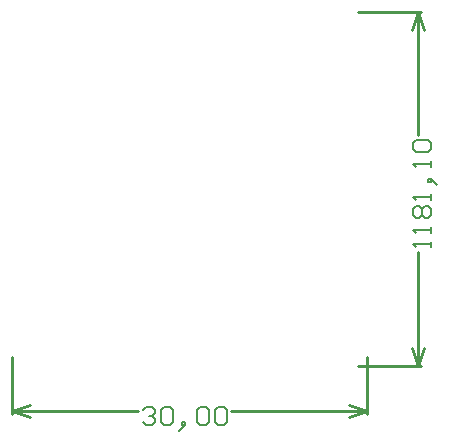
<source format=gm1>
G04*
G04 #@! TF.GenerationSoftware,Altium Limited,Altium Designer,19.0.14 (431)*
G04*
G04 Layer_Color=16711935*
%FSAX25Y25*%
%MOIN*%
G70*
G01*
G75*
%ADD10C,0.01000*%
%ADD90C,0.00600*%
D10*
X0822173Y0589500D02*
X0843138D01*
X0822173Y0707610D02*
X0843138D01*
X0842138Y0589500D02*
Y0627361D01*
Y0666549D02*
Y0707610D01*
Y0589500D02*
X0844138Y0595500D01*
X0840138D02*
X0842138Y0589500D01*
X0840138Y0701610D02*
X0842138Y0707610D01*
X0844138Y0701610D01*
X0825110Y0573539D02*
Y0592437D01*
X0707000Y0573539D02*
Y0592437D01*
X0780051Y0574539D02*
X0825110D01*
X0707000D02*
X0748860D01*
X0819110Y0576539D02*
X0825110Y0574539D01*
X0819110Y0572539D02*
X0825110Y0574539D01*
X0707000D02*
X0713000Y0572539D01*
X0707000Y0574539D02*
X0713000Y0576539D01*
D90*
X0846737Y0628961D02*
Y0630960D01*
Y0629961D01*
X0840738D01*
X0841738Y0628961D01*
X0846737Y0633959D02*
Y0635959D01*
Y0634959D01*
X0840738D01*
X0841738Y0633959D01*
Y0638958D02*
X0840738Y0639957D01*
Y0641957D01*
X0841738Y0642956D01*
X0842738D01*
X0843738Y0641957D01*
X0844737Y0642956D01*
X0845737D01*
X0846737Y0641957D01*
Y0639957D01*
X0845737Y0638958D01*
X0844737D01*
X0843738Y0639957D01*
X0842738Y0638958D01*
X0841738D01*
X0843738Y0639957D02*
Y0641957D01*
X0846737Y0644956D02*
Y0646955D01*
Y0645955D01*
X0840738D01*
X0841738Y0644956D01*
X0847736Y0650954D02*
X0846737Y0651954D01*
X0845737D01*
Y0650954D01*
X0846737D01*
Y0651954D01*
X0847736Y0650954D01*
X0848736Y0649954D01*
X0846737Y0655952D02*
Y0657952D01*
Y0656952D01*
X0840738D01*
X0841738Y0655952D01*
Y0660951D02*
X0840738Y0661950D01*
Y0663950D01*
X0841738Y0664949D01*
X0845737D01*
X0846737Y0663950D01*
Y0661950D01*
X0845737Y0660951D01*
X0841738D01*
X0750460Y0574939D02*
X0751459Y0575939D01*
X0753459D01*
X0754458Y0574939D01*
Y0573939D01*
X0753459Y0572940D01*
X0752459D01*
X0753459D01*
X0754458Y0571940D01*
Y0570940D01*
X0753459Y0569941D01*
X0751459D01*
X0750460Y0570940D01*
X0756458Y0574939D02*
X0757457Y0575939D01*
X0759457D01*
X0760456Y0574939D01*
Y0570940D01*
X0759457Y0569941D01*
X0757457D01*
X0756458Y0570940D01*
Y0574939D01*
X0763455Y0568941D02*
X0764455Y0569941D01*
Y0570940D01*
X0763455D01*
Y0569941D01*
X0764455D01*
X0763455Y0568941D01*
X0762456Y0567941D01*
X0768454Y0574939D02*
X0769453Y0575939D01*
X0771453D01*
X0772452Y0574939D01*
Y0570940D01*
X0771453Y0569941D01*
X0769453D01*
X0768454Y0570940D01*
Y0574939D01*
X0774452D02*
X0775452Y0575939D01*
X0777451D01*
X0778451Y0574939D01*
Y0570940D01*
X0777451Y0569941D01*
X0775452D01*
X0774452Y0570940D01*
Y0574939D01*
M02*

</source>
